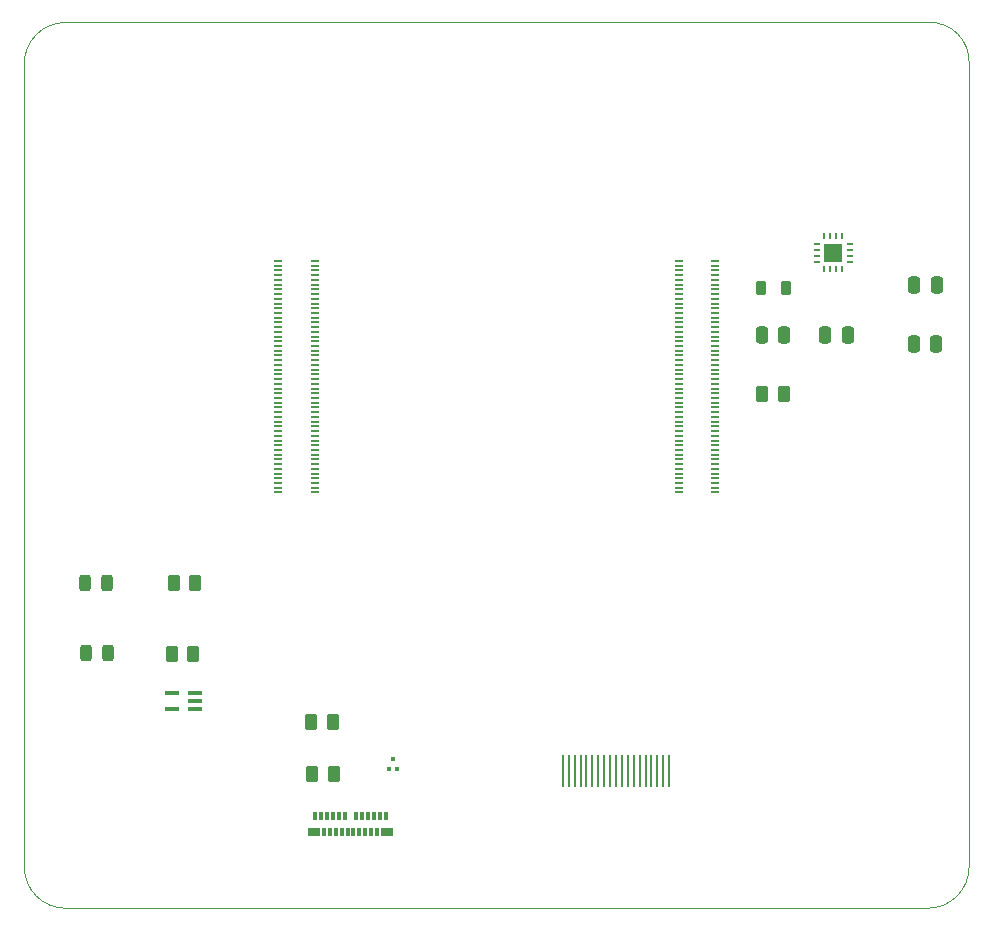
<source format=gtp>
%TF.GenerationSoftware,KiCad,Pcbnew,(5.99.0-9568-gb9d26a55f2)*%
%TF.CreationDate,2021-03-08T15:42:00+01:00*%
%TF.ProjectId,cm4_cb_use_v01,636d345f-6362-45f7-9573-655f7630312e,v01*%
%TF.SameCoordinates,PXa0d7c80PY44cb540*%
%TF.FileFunction,Paste,Top*%
%TF.FilePolarity,Positive*%
%FSLAX46Y46*%
G04 Gerber Fmt 4.6, Leading zero omitted, Abs format (unit mm)*
G04 Created by KiCad (PCBNEW (5.99.0-9568-gb9d26a55f2)) date 2021-03-08 15:42:00*
%MOMM*%
%LPD*%
G01*
G04 APERTURE LIST*
G04 Aperture macros list*
%AMRoundRect*
0 Rectangle with rounded corners*
0 $1 Rounding radius*
0 $2 $3 $4 $5 $6 $7 $8 $9 X,Y pos of 4 corners*
0 Add a 4 corners polygon primitive as box body*
4,1,4,$2,$3,$4,$5,$6,$7,$8,$9,$2,$3,0*
0 Add four circle primitives for the rounded corners*
1,1,$1+$1,$2,$3*
1,1,$1+$1,$4,$5*
1,1,$1+$1,$6,$7*
1,1,$1+$1,$8,$9*
0 Add four rect primitives between the rounded corners*
20,1,$1+$1,$2,$3,$4,$5,0*
20,1,$1+$1,$4,$5,$6,$7,0*
20,1,$1+$1,$6,$7,$8,$9,0*
20,1,$1+$1,$8,$9,$2,$3,0*%
G04 Aperture macros list end*
%TA.AperFunction,Profile*%
%ADD10C,0.100000*%
%TD*%
%ADD11RoundRect,0.250000X-0.250000X-0.475000X0.250000X-0.475000X0.250000X0.475000X-0.250000X0.475000X0*%
%ADD12RoundRect,0.243750X0.243750X0.456250X-0.243750X0.456250X-0.243750X-0.456250X0.243750X-0.456250X0*%
%ADD13R,0.300000X0.300000*%
%ADD14R,0.300000X0.700000*%
%ADD15R,1.000000X0.700000*%
%ADD16RoundRect,0.250000X-0.262500X-0.450000X0.262500X-0.450000X0.262500X0.450000X-0.262500X0.450000X0*%
%ADD17R,1.190000X0.400000*%
%ADD18RoundRect,0.218750X0.218750X0.381250X-0.218750X0.381250X-0.218750X-0.381250X0.218750X-0.381250X0*%
%ADD19RoundRect,0.125000X-0.174999X-0.000001X-0.174999X0.000001X0.174999X0.000001X0.174999X-0.000001X0*%
%ADD20RoundRect,0.125000X0.000001X-0.174999X-0.000001X-0.174999X-0.000001X0.174999X0.000001X0.174999X0*%
%ADD21RoundRect,0.185998X-0.589001X-0.589001X0.589001X-0.589001X0.589001X0.589001X-0.589001X0.589001X0*%
%ADD22R,0.700000X0.200000*%
%ADD23RoundRect,0.250000X0.262500X0.450000X-0.262500X0.450000X-0.262500X-0.450000X0.262500X-0.450000X0*%
%ADD24RoundRect,0.250000X0.250000X0.475000X-0.250000X0.475000X-0.250000X-0.475000X0.250000X-0.475000X0*%
%ADD25R,0.280000X2.700000*%
G04 APERTURE END LIST*
D10*
X-88656000Y23636000D02*
X-15656000Y23636000D01*
X-12156000Y-47864000D02*
X-12156000Y20136000D01*
X-92156000Y20136000D02*
X-92156000Y-47864000D01*
X-12156000Y20136000D02*
G75*
G03*
X-15656000Y23636000I-3325707J174293D01*
G01*
X-92156002Y20136002D02*
G75*
G02*
X-88656000Y23636000I3500000J-2D01*
G01*
X-15655998Y-51363998D02*
G75*
G03*
X-12156000Y-47864000I0J3499998D01*
G01*
X-88656002Y-51364002D02*
G75*
G02*
X-92156000Y-47864000I2J3500000D01*
G01*
X-88656000Y-51364000D02*
X-15656000Y-51364000D01*
%TO.C,J5*%
G36*
X-23333000Y4560500D02*
G01*
X-23325002Y4560250D01*
X-23317048Y4559369D01*
X-23309189Y4557862D01*
X-23301473Y4555739D01*
X-23293950Y4553012D01*
X-23286666Y4549699D01*
X-23279666Y4545820D01*
X-23272995Y4541401D01*
X-23266694Y4536468D01*
X-23260803Y4531052D01*
X-23255358Y4525187D01*
X-23250394Y4518911D01*
X-23245942Y4512261D01*
X-23242029Y4505281D01*
X-23238681Y4498013D01*
X-23235917Y4490503D01*
X-23233755Y4482798D01*
X-23232210Y4474946D01*
X-23231290Y4466997D01*
X-23231001Y4459000D01*
X-23231001Y3813000D01*
X-23231315Y3804997D01*
X-23232257Y3797044D01*
X-23233819Y3789189D01*
X-23235993Y3781481D01*
X-23238765Y3773967D01*
X-23242118Y3766693D01*
X-23246032Y3759706D01*
X-23250481Y3753046D01*
X-23255439Y3746757D01*
X-23260876Y3740876D01*
X-23266757Y3735439D01*
X-23273046Y3730481D01*
X-23279706Y3726032D01*
X-23286693Y3722118D01*
X-23293967Y3718765D01*
X-23301481Y3715993D01*
X-23309189Y3713819D01*
X-23317044Y3712257D01*
X-23324997Y3711315D01*
X-23333000Y3711001D01*
X-23979000Y3711001D01*
X-23987003Y3711315D01*
X-23994956Y3712257D01*
X-24002811Y3713819D01*
X-24010519Y3715993D01*
X-24018033Y3718765D01*
X-24025307Y3722118D01*
X-24032294Y3726032D01*
X-24038954Y3730481D01*
X-24045243Y3735439D01*
X-24051124Y3740876D01*
X-24056561Y3746757D01*
X-24061519Y3753046D01*
X-24065968Y3759706D01*
X-24069882Y3766693D01*
X-24073235Y3773967D01*
X-24076007Y3781481D01*
X-24078181Y3789189D01*
X-24079743Y3797044D01*
X-24080685Y3804997D01*
X-24080999Y3813000D01*
X-24080999Y4459000D01*
X-24080685Y4467003D01*
X-24079743Y4474956D01*
X-24078181Y4482811D01*
X-24076007Y4490519D01*
X-24073235Y4498033D01*
X-24069882Y4505307D01*
X-24065968Y4512294D01*
X-24061519Y4518953D01*
X-24056561Y4525243D01*
X-24051124Y4531124D01*
X-24045243Y4536561D01*
X-24038954Y4541519D01*
X-24032294Y4545968D01*
X-24025307Y4549882D01*
X-24018034Y4553235D01*
X-24010520Y4556007D01*
X-24002811Y4558181D01*
X-23994956Y4559743D01*
X-23987003Y4560685D01*
X-23979000Y4560999D01*
X-23333000Y4560999D01*
X-23333000Y4560500D01*
G37*
%TD*%
D11*
%TO.C,C2*%
X-16806000Y1386000D03*
X-14906000Y1386000D03*
%TD*%
D12*
%TO.C,D1*%
X-85168500Y-23864000D03*
X-87043500Y-23864000D03*
%TD*%
D13*
%TO.C,U2*%
X-61310000Y-39541000D03*
X-60610000Y-39541000D03*
X-60960000Y-38691000D03*
%TD*%
D14*
%TO.C,J3*%
X-67535056Y-43594000D03*
X-67035056Y-43594000D03*
X-66535056Y-43594000D03*
X-66035056Y-43594000D03*
X-65535056Y-43594000D03*
X-65035056Y-43594000D03*
X-64035056Y-43594000D03*
X-63535056Y-43594000D03*
X-63035056Y-43594000D03*
X-62535056Y-43594000D03*
X-62035056Y-43594000D03*
X-61535056Y-43594000D03*
D15*
X-61435056Y-44894001D03*
D14*
X-62285056Y-44894001D03*
X-62785056Y-44894001D03*
X-63285056Y-44894001D03*
X-63785056Y-44894001D03*
X-64285056Y-44894001D03*
X-64785056Y-44894001D03*
X-65285056Y-44894001D03*
X-65785056Y-44894001D03*
X-66285056Y-44894001D03*
X-66785056Y-44894001D03*
D15*
X-67635056Y-44894001D03*
%TD*%
D16*
%TO.C,R1*%
X-79656000Y-29814000D03*
X-77831000Y-29814000D03*
%TD*%
D17*
%TO.C,U1*%
X-77696000Y-34464000D03*
X-77696000Y-33814000D03*
X-77696000Y-33164000D03*
X-79616000Y-33164000D03*
X-79616000Y-34464000D03*
%TD*%
D18*
%TO.C,L1*%
X-27693500Y1136000D03*
X-29818500Y1136000D03*
%TD*%
D19*
%TO.C,J5*%
X-25056002Y4886001D03*
X-25056002Y4386002D03*
X-25056002Y3886001D03*
X-25056002Y3386001D03*
D20*
X-24406001Y2736000D03*
X-23906002Y2736000D03*
X-23406001Y2736000D03*
X-22906001Y2736000D03*
D19*
X-22256003Y3386001D03*
X-22256003Y3886001D03*
X-22256003Y4386002D03*
X-22256003Y4886001D03*
D20*
X-22906001Y5536000D03*
X-23406001Y5536000D03*
X-23906002Y5536000D03*
X-24406001Y5536000D03*
D21*
X-23656003Y4135999D03*
%TD*%
D16*
%TO.C,R4*%
X-67865000Y-35560000D03*
X-66040000Y-35560000D03*
%TD*%
%TO.C,R5*%
X-29668500Y-7864000D03*
X-27843500Y-7864000D03*
%TD*%
D22*
%TO.C,Module1*%
X-70656000Y3436000D03*
X-67576000Y3436000D03*
X-70656000Y3036000D03*
X-67576000Y3036000D03*
X-70656000Y2636000D03*
X-67576000Y2636000D03*
X-70656000Y2236000D03*
X-67576000Y2236000D03*
X-70656000Y1836000D03*
X-67576000Y1836000D03*
X-70656000Y1436000D03*
X-67576000Y1436000D03*
X-70656000Y1036000D03*
X-67576000Y1036000D03*
X-70656000Y636000D03*
X-67576000Y636000D03*
X-70656000Y236000D03*
X-67576000Y236000D03*
X-70656000Y-164000D03*
X-67576000Y-164000D03*
X-70656000Y-564000D03*
X-67576000Y-564000D03*
X-70656000Y-964000D03*
X-67576000Y-964000D03*
X-70656000Y-1364000D03*
X-67576000Y-1364000D03*
X-70656000Y-1764000D03*
X-67576000Y-1764000D03*
X-70656000Y-2164000D03*
X-67576000Y-2164000D03*
X-70656000Y-2564000D03*
X-67576000Y-2564000D03*
X-70656000Y-2964000D03*
X-67576000Y-2964000D03*
X-70656000Y-3364000D03*
X-67576000Y-3364000D03*
X-70656000Y-3764000D03*
X-67576000Y-3764000D03*
X-70656000Y-4164000D03*
X-67576000Y-4164000D03*
X-70656000Y-4564000D03*
X-67576000Y-4564000D03*
X-70656000Y-4964000D03*
X-67576000Y-4964000D03*
X-70656000Y-5364000D03*
X-67576000Y-5364000D03*
X-70656000Y-5764000D03*
X-67576000Y-5764000D03*
X-70656000Y-6164000D03*
X-67576000Y-6164000D03*
X-70656000Y-6564000D03*
X-67576000Y-6564000D03*
X-70656000Y-6964000D03*
X-67576000Y-6964000D03*
X-70656000Y-7364000D03*
X-67576000Y-7364000D03*
X-70656000Y-7764000D03*
X-67576000Y-7764000D03*
X-70656000Y-8164000D03*
X-67576000Y-8164000D03*
X-70656000Y-8564000D03*
X-67576000Y-8564000D03*
X-70656000Y-8964000D03*
X-67576000Y-8964000D03*
X-70656000Y-9364000D03*
X-67576000Y-9364000D03*
X-70656000Y-9764000D03*
X-67576000Y-9764000D03*
X-70656000Y-10164000D03*
X-67576000Y-10164000D03*
X-70656000Y-10564000D03*
X-67576000Y-10564000D03*
X-70656000Y-10964000D03*
X-67576000Y-10964000D03*
X-70656000Y-11364000D03*
X-67576000Y-11364000D03*
X-70656000Y-11764000D03*
X-67576000Y-11764000D03*
X-70656000Y-12164000D03*
X-67576000Y-12164000D03*
X-70656000Y-12564000D03*
X-67576000Y-12564000D03*
X-70656000Y-12964000D03*
X-67576000Y-12964000D03*
X-70656000Y-13364000D03*
X-67576000Y-13364000D03*
X-70656000Y-13764000D03*
X-67576000Y-13764000D03*
X-70656000Y-14164000D03*
X-67576000Y-14164000D03*
X-70656000Y-14564000D03*
X-67576000Y-14564000D03*
X-70656000Y-14964000D03*
X-67576000Y-14964000D03*
X-70656000Y-15364000D03*
X-67576000Y-15364000D03*
X-70656000Y-15764000D03*
X-67576000Y-15764000D03*
X-70656000Y-16164000D03*
X-67576000Y-16164000D03*
X-36736000Y3436000D03*
X-33656000Y3436000D03*
X-36736000Y3036000D03*
X-33656000Y3036000D03*
X-36736000Y2636000D03*
X-33656000Y2636000D03*
X-36736000Y2236000D03*
X-33656000Y2236000D03*
X-36736000Y1836000D03*
X-33656000Y1836000D03*
X-36736000Y1436000D03*
X-33656000Y1436000D03*
X-36736000Y1036000D03*
X-33656000Y1036000D03*
X-36736000Y636000D03*
X-33656000Y636000D03*
X-36736000Y236000D03*
X-33656000Y236000D03*
X-36736000Y-164000D03*
X-33656000Y-164000D03*
X-36736000Y-564000D03*
X-33656000Y-564000D03*
X-36736000Y-964000D03*
X-33656000Y-964000D03*
X-36736000Y-1364000D03*
X-33656000Y-1364000D03*
X-36736000Y-1764000D03*
X-33656000Y-1764000D03*
X-36736000Y-2164000D03*
X-33656000Y-2164000D03*
X-36736000Y-2564000D03*
X-33656000Y-2564000D03*
X-36736000Y-2964000D03*
X-33656000Y-2964000D03*
X-36736000Y-3364000D03*
X-33656000Y-3364000D03*
X-36736000Y-3764000D03*
X-33656000Y-3764000D03*
X-36736000Y-4164000D03*
X-33656000Y-4164000D03*
X-36736000Y-4564000D03*
X-33656000Y-4564000D03*
X-36736000Y-4964000D03*
X-33656000Y-4964000D03*
X-36736000Y-5364000D03*
X-33656000Y-5364000D03*
X-36736000Y-5764000D03*
X-33656000Y-5764000D03*
X-36736000Y-6164000D03*
X-33656000Y-6164000D03*
X-36736000Y-6564000D03*
X-33656000Y-6564000D03*
X-36736000Y-6964000D03*
X-33656000Y-6964000D03*
X-36736000Y-7364000D03*
X-33656000Y-7364000D03*
X-36736000Y-7764000D03*
X-33656000Y-7764000D03*
X-36736000Y-8164000D03*
X-33656000Y-8164000D03*
X-36736000Y-8564000D03*
X-33656000Y-8564000D03*
X-36736000Y-8964000D03*
X-33656000Y-8964000D03*
X-36736000Y-9364000D03*
X-33656000Y-9364000D03*
X-36736000Y-9764000D03*
X-33656000Y-9764000D03*
X-36736000Y-10164000D03*
X-33656000Y-10164000D03*
X-36736000Y-10564000D03*
X-33656000Y-10564000D03*
X-36736000Y-10964000D03*
X-33656000Y-10964000D03*
X-36736000Y-11364000D03*
X-33656000Y-11364000D03*
X-36736000Y-11764000D03*
X-33656000Y-11764000D03*
X-36736000Y-12164000D03*
X-33656000Y-12164000D03*
X-36736000Y-12564000D03*
X-33656000Y-12564000D03*
X-36736000Y-12964000D03*
X-33656000Y-12964000D03*
X-36736000Y-13364000D03*
X-33656000Y-13364000D03*
X-36736000Y-13764000D03*
X-33656000Y-13764000D03*
X-36736000Y-14164000D03*
X-33656000Y-14164000D03*
X-36736000Y-14564000D03*
X-33656000Y-14564000D03*
X-36736000Y-14964000D03*
X-33656000Y-14964000D03*
X-36736000Y-15364000D03*
X-33656000Y-15364000D03*
X-36736000Y-15764000D03*
X-33656000Y-15764000D03*
X-36736000Y-16164000D03*
X-33656000Y-16164000D03*
%TD*%
D23*
%TO.C,R3*%
X-65952500Y-39994000D03*
X-67777500Y-39994000D03*
%TD*%
D11*
%TO.C,C4*%
X-29706000Y-2864000D03*
X-27806000Y-2864000D03*
%TD*%
%TO.C,C1*%
X-16856000Y-3614000D03*
X-14956000Y-3614000D03*
%TD*%
D24*
%TO.C,C3*%
X-22418000Y-2864000D03*
X-24318000Y-2864000D03*
%TD*%
D12*
%TO.C,D2*%
X-85081000Y-29764000D03*
X-86956000Y-29764000D03*
%TD*%
D16*
%TO.C,R2*%
X-79518500Y-23814000D03*
X-77693500Y-23814000D03*
%TD*%
D25*
%TO.C,J2*%
X-37556000Y-39759000D03*
X-38056000Y-39759000D03*
X-38556000Y-39759000D03*
X-39056000Y-39759000D03*
X-39556000Y-39759000D03*
X-40056000Y-39759000D03*
X-40556000Y-39759000D03*
X-41056000Y-39759000D03*
X-41556000Y-39759000D03*
X-42056000Y-39759000D03*
X-42556000Y-39759000D03*
X-43056000Y-39759000D03*
X-43556000Y-39759000D03*
X-44056000Y-39759000D03*
X-44556000Y-39759000D03*
X-45056000Y-39759000D03*
X-45556000Y-39759000D03*
X-46056000Y-39759000D03*
X-46556000Y-39759000D03*
%TD*%
M02*

</source>
